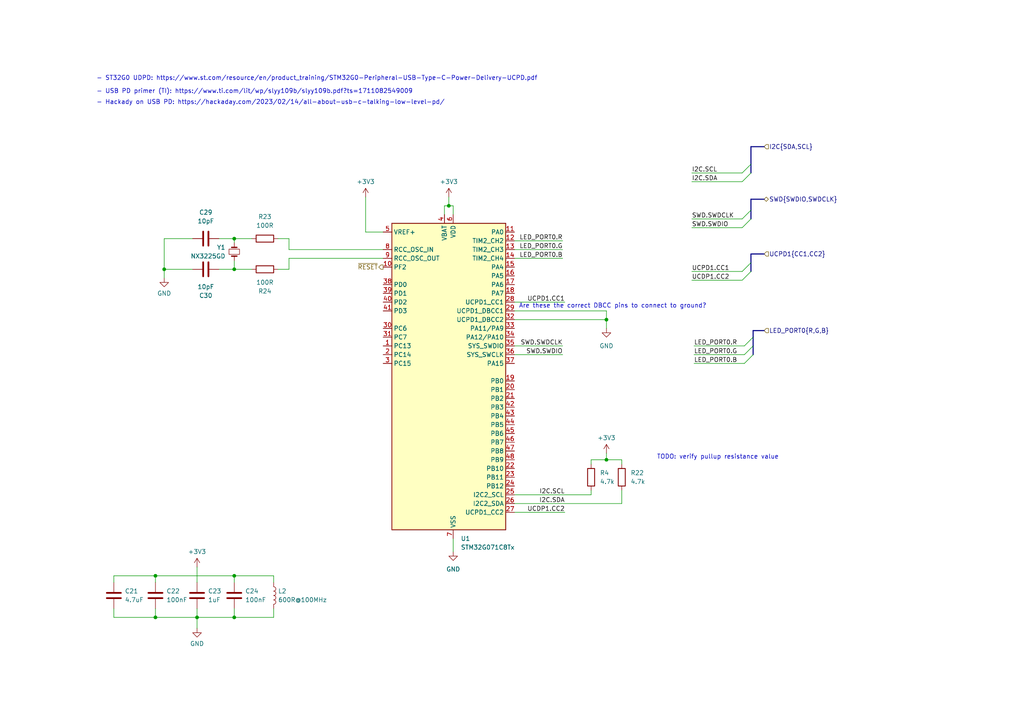
<source format=kicad_sch>
(kicad_sch (version 20230121) (generator eeschema)
  (paper "A4")
  (lib_symbols
    (symbol "Device:C" (pin_numbers hide) (pin_names (offset 0.254))
      (property "Reference" "C" (at 0.635 2.54 0))
      (property "Value" "C" (at 0.635 -2.54 0))
      (symbol "C_0_1"
        (polyline (pts (xy -2.032 -0.762) (xy 2.032 -0.762)) (stroke (width 0.508)))
        (polyline (pts (xy -2.032 0.762) (xy 2.032 0.762)) (stroke (width 0.508)))
      )
      (symbol "C_1_1"
        (pin passive line (at 0 3.81 270) (length 2.794) (name "~") (number "1"))
        (pin passive line (at 0 -3.81 90) (length 2.794) (name "~") (number "2"))
      )
    )
    (symbol "Device:Crystal_Small" (pin_numbers hide) (pin_names (offset 1.016) hide)
      (property "Reference" "Y" (at 0 2.54 0))
      (property "Value" "Crystal_Small" (at 0 -2.54 0))
      (symbol "Crystal_Small_0_1"
        (rectangle (start -0.762 -1.524) (end 0.762 1.524))
        (polyline (pts (xy -1.27 -0.762) (xy -1.27 0.762)) (stroke (width 0.381)))
        (polyline (pts (xy 1.27 -0.762) (xy 1.27 0.762)) (stroke (width 0.381)))
      )
      (symbol "Crystal_Small_1_1"
        (pin passive line (at -2.54 0 0) (length 1.27) (name "1") (number "1"))
        (pin passive line (at 2.54 0 180) (length 1.27) (name "2") (number "2"))
      )
    )
    (symbol "Device:L" (pin_numbers hide) (pin_names (offset 1.016) hide)
      (property "Reference" "L" (at -1.27 0 90))
      (property "Value" "L" (at 1.905 0 90))
      (symbol "L_0_1"
        (arc (start 0 -2.54) (mid 0.6323 -1.905) (end 0 -1.27))
        (arc (start 0 -1.27) (mid 0.6323 -0.635) (end 0 0))
        (arc (start 0 0) (mid 0.6323 0.635) (end 0 1.27))
        (arc (start 0 1.27) (mid 0.6323 1.905) (end 0 2.54))
      )
      (symbol "L_1_1"
        (pin passive line (at 0 3.81 270) (length 1.27) (name "1") (number "1"))
        (pin passive line (at 0 -3.81 90) (length 1.27) (name "2") (number "2"))
      )
    )
    (symbol "Device:R" (pin_numbers hide) (pin_names (offset 0))
      (property "Reference" "R" (at 2.032 0 90))
      (property "Value" "R" (at 0 0 90))
      (symbol "R_0_1"
        (rectangle (start -1.016 -2.54) (end 1.016 2.54) (stroke (width 0.254)))
      )
      (symbol "R_1_1"
        (pin passive line (at 0 3.81 270) (length 1.27) (name "~") (number "1"))
        (pin passive line (at 0 -3.81 90) (length 1.27) (name "~") (number "2"))
      )
    )
    (symbol "MCU_ST_STM32G0:STM32G071C8Tx"
      (property "Reference" "U" (at -15.24 46.99 0))
      (property "Value" "STM32G071C8Tx" (at 5.08 46.99 0))
      (symbol "STM32G071C8Tx_0_1"
        (rectangle (start -15.24 -43.18) (end 17.78 45.72) (stroke (width 0.254)) (fill (type background)))
      )
      (symbol "STM32G071C8Tx_1_1"
        (pin bidirectional line (at -17.78 10.16 0) (length 2.54) (name "PC13") (number "1"))
        (pin bidirectional line (at -17.78 33.02 0) (length 2.54) (name "PF2") (number "10"))
        (pin bidirectional line (at 20.32 43.18 180) (length 2.54) (name "PA0") (number "11"))
        (pin bidirectional line (at 20.32 40.64 180) (length 2.54) (name "PA1") (number "12") (alternate "TIM2_CH2" bidirectional line))
        (pin bidirectional line (at 20.32 38.1 180) (length 2.54) (name "PA2") (number "13") (alternate "TIM2_CH3" bidirectional line))
        (pin bidirectional line (at 20.32 35.56 180) (length 2.54) (name "PA3") (number "14") (alternate "TIM2_CH4" bidirectional line))
        (pin bidirectional line (at 20.32 33.02 180) (length 2.54) (name "PA4") (number "15"))
        (pin bidirectional line (at 20.32 30.48 180) (length 2.54) (name "PA5") (number "16"))
        (pin bidirectional line (at 20.32 27.94 180) (length 2.54) (name "PA6") (number "17"))
        (pin bidirectional line (at 20.32 25.4 180) (length 2.54) (name "PA7") (number "18"))
        (pin bidirectional line (at 20.32 0 180) (length 2.54) (name "PB0") (number "19"))
        (pin bidirectional line (at -17.78 7.62 0) (length 2.54) (name "PC14") (number "2"))
        (pin bidirectional line (at 20.32 -2.54 180) (length 2.54) (name "PB1") (number "20"))
        (pin bidirectional line (at 20.32 -5.08 180) (length 2.54) (name "PB2") (number "21"))
        (pin bidirectional line (at 20.32 -25.4 180) (length 2.54) (name "PB10") (number "22") (alternate "I2C2_SCL" bidirectional line) (alternate "TIM2_CH3" bidirectional line))
        (pin bidirectional line (at 20.32 -27.94 180) (length 2.54) (name "PB11") (number "23") (alternate "I2C2_SDA" bidirectional line) (alternate "TIM2_CH4" bidirectional line))
        (pin bidirectional line (at 20.32 -30.48 180) (length 2.54) (name "PB12") (number "24"))
        (pin bidirectional line (at 20.32 -33.02 180) (length 2.54) (name "PB13") (number "25") (alternate "I2C2_SCL" bidirectional line))
        (pin bidirectional line (at 20.32 -35.56 180) (length 2.54) (name "PB14") (number "26") (alternate "I2C2_SDA" bidirectional line))
        (pin bidirectional line (at 20.32 -38.1 180) (length 2.54) (name "PB15") (number "27") (alternate "UCPD1_CC2" bidirectional line))
        (pin bidirectional line (at 20.32 22.86 180) (length 2.54) (name "PA8") (number "28") (alternate "UCPD1_CC1" bidirectional line))
        (pin bidirectional line (at 20.32 20.32 180) (length 2.54) (name "PA9/UCPD1_DBCC1") (number "29") (alternate "UCPD1_DBCC1" bidirectional line))
        (pin bidirectional line (at -17.78 5.08 0) (length 2.54) (name "PC15") (number "3"))
        (pin bidirectional line (at -17.78 15.24 0) (length 2.54) (name "PC6") (number "30") (alternate "TIM2_CH3" bidirectional line))
        (pin bidirectional line (at -17.78 12.7 0) (length 2.54) (name "PC7") (number "31") (alternate "TIM2_CH4" bidirectional line))
        (pin bidirectional line (at 20.32 17.78 180) (length 2.54) (name "PA10/UCPD1_DBCC2") (number "32") (alternate "UCPD1_DBCC2" bidirectional line))
        (pin bidirectional line (at 20.32 15.24 180) (length 2.54) (name "PA11/PA9") (number "33") (alternate "I2C2_SCL" bidirectional line))
        (pin bidirectional line (at 20.32 12.7 180) (length 2.54) (name "PA12/PA10") (number "34") (alternate "I2C2_SDA" bidirectional line))
        (pin bidirectional line (at 20.32 10.16 180) (length 2.54) (name "PA13") (number "35") (alternate "SYS_SWDIO" bidirectional line))
        (pin bidirectional line (at 20.32 7.62 180) (length 2.54) (name "PA14") (number "36") (alternate "SYS_SWCLK" bidirectional line))
        (pin bidirectional line (at 20.32 5.08 180) (length 2.54) (name "PA15") (number "37"))
        (pin bidirectional line (at -17.78 27.94 0) (length 2.54) (name "PD0") (number "38"))
        (pin bidirectional line (at -17.78 25.4 0) (length 2.54) (name "PD1") (number "39"))
        (pin power_in line (at 0 48.26 270) (length 2.54) (name "VBAT") (number "4"))
        (pin bidirectional line (at -17.78 22.86 0) (length 2.54) (name "PD2") (number "40"))
        (pin bidirectional line (at -17.78 20.32 0) (length 2.54) (name "PD3") (number "41"))
        (pin bidirectional line (at 20.32 -7.62 180) (length 2.54) (name "PB3") (number "42") (alternate "TIM2_CH2" bidirectional line))
        (pin bidirectional line (at 20.32 -10.16 180) (length 2.54) (name "PB4") (number "43"))
        (pin bidirectional line (at 20.32 -12.7 180) (length 2.54) (name "PB5") (number "44"))
        (pin bidirectional line (at 20.32 -15.24 180) (length 2.54) (name "PB6") (number "45"))
        (pin bidirectional line (at 20.32 -17.78 180) (length 2.54) (name "PB7") (number "46"))
        (pin bidirectional line (at 20.32 -20.32 180) (length 2.54) (name "PB8") (number "47"))
        (pin bidirectional line (at 20.32 -22.86 180) (length 2.54) (name "PB9") (number "48"))
        (pin input line (at -17.78 43.18 0) (length 2.54) (name "VREF+") (number "5"))
        (pin power_in line (at 2.54 48.26 270) (length 2.54) (name "VDD") (number "6"))
        (pin power_in line (at 2.54 -45.72 90) (length 2.54) (name "VSS") (number "7"))
        (pin bidirectional line (at -17.78 38.1 0) (length 2.54) (name "PF0") (number "8") (alternate "RCC_OSC_IN" bidirectional line))
        (pin bidirectional line (at -17.78 35.56 0) (length 2.54) (name "PF1") (number "9") (alternate "RCC_OSC_OUT" bidirectional line))
      )
    )
    (symbol "power:+3V3" (power) (pin_names (offset 0))
      (property "Value" "+3V3" (at 0 3.556 0))
      (symbol "+3V3_0_1"
        (polyline (pts (xy -0.762 1.27) (xy 0 2.54)))
        (polyline (pts (xy 0 0) (xy 0 2.54)))
        (polyline (pts (xy 0 2.54) (xy 0.762 1.27)))
      )
      (symbol "+3V3_1_1"
        (pin power_in line (at 0 0 90) (length 0) hide (name "+3V3") (number "1"))
      )
    )
    (symbol "power:GND" (power) (pin_names (offset 0))
      (property "Value" "GND" (at 0 -3.81 0))
      (symbol "GND_0_1"
        (polyline (pts (xy 0 0) (xy 0 -1.27) (xy 1.27 -1.27) (xy 0 -2.54) (xy -1.27 -1.27) (xy 0 -1.27)))
      )
      (symbol "GND_1_1"
        (pin power_in line (at 0 0 270) (length 0) hide (name "GND") (number "1"))
      )
    )
  )
  (junction (at 47.625 78.105))
  (junction (at 67.945 78.105))
  (junction (at 175.895 133.35))
  (junction (at 67.945 179.07))
  (junction (at 130.175 59.69))
  (junction (at 67.945 69.215))
  (junction (at 45.085 167.005))
  (junction (at 175.895 92.71))
  (junction (at 57.15 179.07))
  (junction (at 67.945 167.005))
  (junction (at 45.085 179.07))
  (bus_entry (at 215.9 100.33) (size 2.54 -2.54))
  (bus_entry (at 215.265 81.28) (size 2.54 -2.54))
  (bus_entry (at 217.805 47.625) (size -2.54 2.54))
  (bus_entry (at 215.9 102.87) (size 2.54 -2.54))
  (bus_entry (at 217.805 50.165) (size -2.54 2.54))
  (bus_entry (at 215.9 105.41) (size 2.54 -2.54))
  (bus_entry (at 217.805 60.96) (size -2.54 2.54))
  (bus_entry (at 215.265 78.74) (size 2.54 -2.54))
  (bus_entry (at 217.805 63.5) (size -2.54 2.54))
  (wire (pts (xy 67.945 75.565) (xy 67.945 78.105)))
  (bus (pts (xy 218.44 95.885) (xy 218.44 97.79)))
  (wire (pts (xy 45.085 176.53) (xy 45.085 179.07)))
  (wire (pts (xy 200.66 52.705) (xy 215.265 52.705)))
  (wire (pts (xy 130.175 57.15) (xy 130.175 59.69)))
  (wire (pts (xy 33.02 179.07) (xy 45.085 179.07)))
  (wire (pts (xy 67.945 78.105) (xy 73.025 78.105)))
  (wire (pts (xy 149.225 143.51) (xy 171.45 143.51)))
  (wire (pts (xy 131.445 156.21) (xy 131.445 160.02)))
  (wire (pts (xy 63.5 78.105) (xy 67.945 78.105)))
  (wire (pts (xy 180.34 133.35) (xy 180.34 134.62)))
  (wire (pts (xy 67.945 179.07) (xy 79.375 179.07)))
  (wire (pts (xy 57.15 179.07) (xy 67.945 179.07)))
  (wire (pts (xy 67.945 70.485) (xy 67.945 69.215)))
  (wire (pts (xy 171.45 133.35) (xy 175.895 133.35)))
  (wire (pts (xy 83.82 69.215) (xy 80.645 69.215)))
  (bus (pts (xy 217.805 73.66) (xy 217.805 76.2)))
  (bus (pts (xy 221.615 42.545) (xy 217.805 42.545)))
  (wire (pts (xy 200.66 81.28) (xy 215.265 81.28)))
  (wire (pts (xy 57.15 164.465) (xy 57.15 168.91)))
  (wire (pts (xy 47.625 69.215) (xy 55.88 69.215)))
  (wire (pts (xy 200.66 78.74) (xy 215.265 78.74)))
  (wire (pts (xy 45.085 179.07) (xy 57.15 179.07)))
  (wire (pts (xy 201.295 105.41) (xy 215.9 105.41)))
  (wire (pts (xy 83.82 78.105) (xy 80.645 78.105)))
  (wire (pts (xy 171.45 134.62) (xy 171.45 133.35)))
  (wire (pts (xy 83.82 78.105) (xy 83.82 74.93)))
  (bus (pts (xy 218.44 97.79) (xy 218.44 100.33)))
  (wire (pts (xy 149.225 146.05) (xy 180.34 146.05)))
  (wire (pts (xy 131.445 59.69) (xy 130.175 59.69)))
  (wire (pts (xy 106.045 57.15) (xy 106.045 67.31)))
  (wire (pts (xy 149.225 90.17) (xy 175.895 90.17)))
  (wire (pts (xy 57.15 182.245) (xy 57.15 179.07)))
  (wire (pts (xy 45.085 167.005) (xy 67.945 167.005)))
  (wire (pts (xy 33.02 168.91) (xy 33.02 167.005)))
  (wire (pts (xy 33.02 176.53) (xy 33.02 179.07)))
  (wire (pts (xy 149.225 69.85) (xy 163.195 69.85)))
  (wire (pts (xy 67.945 176.53) (xy 67.945 179.07)))
  (wire (pts (xy 47.625 78.105) (xy 55.88 78.105)))
  (wire (pts (xy 171.45 143.51) (xy 171.45 142.24)))
  (wire (pts (xy 149.225 74.93) (xy 163.195 74.93)))
  (bus (pts (xy 217.805 76.2) (xy 217.805 78.74)))
  (wire (pts (xy 175.895 133.35) (xy 180.34 133.35)))
  (wire (pts (xy 106.045 67.31) (xy 111.125 67.31)))
  (wire (pts (xy 67.945 167.005) (xy 67.945 168.91)))
  (wire (pts (xy 45.085 167.005) (xy 45.085 168.91)))
  (bus (pts (xy 217.805 73.66) (xy 221.615 73.66)))
  (wire (pts (xy 149.225 100.33) (xy 163.195 100.33)))
  (wire (pts (xy 149.225 102.87) (xy 163.195 102.87)))
  (bus (pts (xy 221.615 95.885) (xy 218.44 95.885)))
  (wire (pts (xy 149.225 92.71) (xy 175.895 92.71)))
  (wire (pts (xy 63.5 69.215) (xy 67.945 69.215)))
  (wire (pts (xy 215.265 66.04) (xy 200.66 66.04)))
  (wire (pts (xy 201.295 102.87) (xy 215.9 102.87)))
  (wire (pts (xy 79.375 167.005) (xy 79.375 168.91)))
  (wire (pts (xy 83.82 69.215) (xy 83.82 72.39)))
  (wire (pts (xy 79.375 179.07) (xy 79.375 176.53)))
  (wire (pts (xy 163.83 87.63) (xy 149.225 87.63)))
  (bus (pts (xy 217.805 42.545) (xy 217.805 47.625)))
  (wire (pts (xy 67.945 69.215) (xy 73.025 69.215)))
  (wire (pts (xy 149.225 72.39) (xy 163.195 72.39)))
  (wire (pts (xy 47.625 78.105) (xy 47.625 69.215)))
  (wire (pts (xy 33.02 167.005) (xy 45.085 167.005)))
  (wire (pts (xy 128.905 59.69) (xy 128.905 62.23)))
  (bus (pts (xy 218.44 100.33) (xy 218.44 102.87)))
  (wire (pts (xy 131.445 62.23) (xy 131.445 59.69)))
  (bus (pts (xy 217.805 60.96) (xy 217.805 63.5)))
  (wire (pts (xy 175.895 131.445) (xy 175.895 133.35)))
  (wire (pts (xy 200.66 50.165) (xy 215.265 50.165)))
  (bus (pts (xy 221.615 57.785) (xy 217.805 57.785)))
  (wire (pts (xy 175.895 95.25) (xy 175.895 92.71)))
  (wire (pts (xy 149.225 148.59) (xy 163.83 148.59)))
  (wire (pts (xy 67.945 167.005) (xy 79.375 167.005)))
  (wire (pts (xy 215.265 63.5) (xy 200.66 63.5)))
  (bus (pts (xy 217.805 47.625) (xy 217.805 50.165)))
  (wire (pts (xy 83.82 74.93) (xy 111.125 74.93)))
  (wire (pts (xy 201.295 100.33) (xy 215.9 100.33)))
  (wire (pts (xy 57.15 176.53) (xy 57.15 179.07)))
  (wire (pts (xy 175.895 90.17) (xy 175.895 92.71)))
  (wire (pts (xy 83.82 72.39) (xy 111.125 72.39)))
  (bus (pts (xy 217.805 57.785) (xy 217.805 60.96)))
  (wire (pts (xy 130.175 59.69) (xy 128.905 59.69)))
  (wire (pts (xy 180.34 146.05) (xy 180.34 142.24)))
  (wire (pts (xy 47.625 80.645) (xy 47.625 78.105)))
  (text "Are these the correct DBCC pins to connect to ground?" (at 150.495 89.535 0) (effects (font (size 1.27 1.27)) (justify left bottom)))
  (text "- USB PD primer (TI): https://www.ti.com/lit/wp/slyy109b/slyy109b.pdf?ts=1711082549009\n" (at 27.94 27.305 0) (effects (font (size 1.27 1.27)) (justify left bottom)))
  (text "TODO: verify pullup resistance value" (at 190.5 133.35 0) (effects (font (size 1.27 1.27)) (justify left bottom)))
  (text "- ST32G0 UDPD: https://www.st.com/resource/en/product_training/STM32G0-Peripheral-USB-Type-C-Power-Delivery-UCPD.pdf\n" (at 27.94 23.495 0) (effects (font (size 1.27 1.27)) (justify left bottom)))
  (text "- Hackady on USB PD: https://hackaday.com/2023/02/14/all-about-usb-c-talking-low-level-pd/" (at 27.94 30.48 0) (effects (font (size 1.27 1.27)) (justify left bottom)))
  (label "UCDP1.CC2" (at 200.66 81.28 0))
  (label "I2C.SDA" (at 163.83 146.05 180))
  (label "UCPD1.CC1" (at 200.66 78.74 0))
  (label "LED_PORT0.R" (at 163.195 69.85 180))
  (label "I2C.SDA" (at 200.66 52.705 0))
  (label "SWD.SWDCLK" (at 163.195 100.33 180))
  (label "LED_PORT0.B" (at 201.295 105.41 0))
  (label "LED_PORT0.G" (at 201.295 102.87 0))
  (label "I2C.SCL" (at 200.66 50.165 0))
  (label "SWD.SWDIO" (at 200.66 66.04 0))
  (label "LED_PORT0.R" (at 201.295 100.33 0))
  (label "LED_PORT0.G" (at 163.195 72.39 180))
  (label "UCPD1.CC1" (at 163.83 87.63 180))
  (label "SWD.SWDCLK" (at 200.66 63.5 0))
  (label "I2C.SCL" (at 163.83 143.51 180))
  (label "SWD.SWDIO" (at 163.195 102.87 180))
  (label "LED_PORT0.B" (at 163.195 74.93 180))
  (label "UCDP1.CC2" (at 163.83 148.59 180))
  (hierarchical_label "UCPD1{CC1,CC2}" (shape input) (at 221.615 73.66 0))
  (hierarchical_label "LED_PORT0{R,G,B}" (shape input) (at 221.615 95.885 0))
  (hierarchical_label "~{RESET}" (shape output) (at 111.125 77.47 180))
  (hierarchical_label "I2C{SDA,SCL}" (shape input) (at 221.615 42.545 0))
  (hierarchical_label "SWD{SWDIO,SWDCLK}" (shape bidirectional) (at 221.615 57.785 0))
  (symbol (lib_id "power:+3V3") (at 57.15 164.465 0) (unit 1)
    (property "Reference" "#PWR021" (effects hide))
    (property "Value" "+3V3" (at 57.15 160.02 0))
  )
  (symbol (lib_id "power:GND") (at 47.625 80.645 0) (unit 1)
    (property "Reference" "#PWR030" (effects hide))
    (property "Value" "GND" (at 47.625 85.09 0))
  )
  (symbol (lib_id "power:+3V3") (at 106.045 57.15 0) (unit 1)
    (property "Reference" "#PWR01" (effects hide))
    (property "Value" "+3V3" (at 106.045 52.705 0))
  )
  (symbol (lib_id "Device:C") (at 67.945 172.72 0) (unit 1)
    (property "Reference" "C24" (at 71.12 171.45 0) (effects (justify left)))
    (property "Value" "100nF" (at 71.12 173.99 0) (effects (justify left)))
  )
  (symbol (lib_id "Device:R") (at 76.835 78.105 90) (mirror x) (unit 1)
    (property "Reference" "R24" (at 76.835 84.455 90))
    (property "Value" "100R" (at 76.835 81.915 90))
  )
  (symbol (lib_id "Device:L") (at 79.375 172.72 0) (unit 1)
    (property "Reference" "L2" (at 80.645 171.45 0) (effects (justify left)))
    (property "Value" "600R@100MHz" (at 80.645 173.99 0) (effects (justify left)))
  )
  (symbol (lib_id "Device:C") (at 45.085 172.72 0) (unit 1)
    (property "Reference" "C22" (at 48.26 171.45 0) (effects (justify left)))
    (property "Value" "100nF" (at 48.26 173.99 0) (effects (justify left)))
  )
  (symbol (lib_id "Device:R") (at 76.835 69.215 90) (unit 1)
    (property "Reference" "R23" (at 76.835 62.865 90))
    (property "Value" "100R" (at 76.835 65.405 90))
  )
  (symbol (lib_id "Device:C") (at 59.69 69.215 90) (unit 1)
    (property "Reference" "C29" (at 59.69 61.595 90))
    (property "Value" "10pF" (at 59.69 64.135 90))
  )
  (symbol (lib_id "power:GND") (at 175.895 95.25 0) (unit 1)
    (property "Reference" "#PWR022" (effects hide))
    (property "Value" "GND" (at 175.895 100.33 0))
  )
  (symbol (lib_id "Device:R") (at 180.34 138.43 0) (unit 1)
    (property "Reference" "R22" (at 182.88 137.16 0) (effects (justify left)))
    (property "Value" "4.7k" (at 182.88 139.7 0) (effects (justify left)))
  )
  (symbol (lib_id "Device:C") (at 57.15 172.72 0) (unit 1)
    (property "Reference" "C23" (at 60.325 171.45 0) (effects (justify left)))
    (property "Value" "1uF" (at 60.325 173.99 0) (effects (justify left)))
  )
  (symbol (lib_id "power:GND") (at 131.445 160.02 0) (unit 1)
    (property "Reference" "#PWR018" (effects hide))
    (property "Value" "GND" (at 131.445 165.1 0))
  )
  (symbol (lib_id "power:+3V3") (at 130.175 57.15 0) (unit 1)
    (property "Reference" "#PWR027" (effects hide))
    (property "Value" "+3V3" (at 130.175 52.705 0))
  )
  (symbol (lib_id "power:GND") (at 57.15 182.245 0) (unit 1)
    (property "Reference" "#PWR010" (effects hide))
    (property "Value" "GND" (at 57.15 186.69 0))
  )
  (symbol (lib_id "Device:Crystal_Small") (at 67.945 73.025 270) (mirror x) (unit 1)
    (property "Reference" "Y1" (at 65.405 71.755 90) (effects (justify right)))
    (property "Value" "NX3225GD" (at 65.405 74.295 90) (effects (justify right)))
    (property "Footprint" "Crystal:Crystal_SMD_3225-4Pin_3.2x2.5mm" (effects hide))
    (property "JLCPCB Part No" "C889706" (effects hide))
  )
  (symbol (lib_id "MCU_ST_STM32G0:STM32G071C8Tx") (at 128.905 110.49 0) (unit 1)
    (property "Reference" "U1" (at 133.6391 156.21 0) (effects (justify left)))
    (property "Value" "STM32G071C8Tx" (at 133.6391 158.75 0) (effects (justify left)))
    (property "Footprint" "Package_QFP:LQFP-48_7x7mm_P0.5mm" (effects hide))
    (property "Datasheet" "https://www.st.com/resource/en/datasheet/stm32g071c8.pdf" (effects hide))
    (property "JLCPCB Part No" "C529341" (effects hide))
    (pin "35" (alternate "SYS_SWDIO"))
    (pin "14" (alternate "TIM2_CH4"))
    (pin "27" (alternate "UCPD1_CC2"))
    (pin "13" (alternate "TIM2_CH3"))
    (pin "28" (alternate "UCPD1_CC1"))
    (pin "29" (alternate "UCPD1_DBCC1"))
    (pin "26" (alternate "I2C2_SDA"))
    (pin "9" (alternate "RCC_OSC_OUT"))
    (pin "36" (alternate "SYS_SWCLK"))
    (pin "8" (alternate "RCC_OSC_IN"))
    (pin "32" (alternate "UCPD1_DBCC2"))
    (pin "25" (alternate "I2C2_SCL"))
    (pin "12" (alternate "TIM2_CH2"))
  )
  (symbol (lib_id "power:+3V3") (at 175.895 131.445 0) (unit 1)
    (property "Reference" "#PWR029" (effects hide))
    (property "Value" "+3V3" (at 175.895 127 0))
  )
  (symbol (lib_id "Device:C") (at 59.69 78.105 90) (mirror x) (unit 1)
    (property "Reference" "C30" (at 59.69 85.725 90))
    (property "Value" "10pF" (at 59.69 83.185 90))
  )
  (symbol (lib_id "Device:R") (at 171.45 138.43 0) (unit 1)
    (property "Reference" "R4" (at 173.99 137.16 0) (effects (justify left)))
    (property "Value" "4.7k" (at 173.99 139.7 0) (effects (justify left)))
  )
  (symbol (lib_id "Device:C") (at 33.02 172.72 0) (unit 1)
    (property "Reference" "C21" (at 36.195 171.45 0) (effects (justify left)))
    (property "Value" "4.7uF" (at 36.195 173.99 0) (effects (justify left)))
  )
)
</source>
